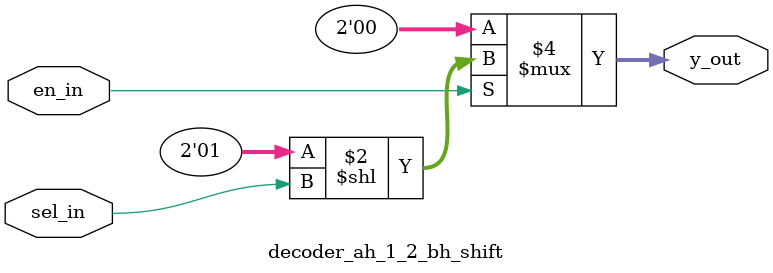
<source format=v>
module decoder_ah_1_2_bh_shift(sel_in, en_in, y_out);

input sel_in;
input en_in;
output reg [1:0] y_out;

always@* begin
if (en_in) y_out=(2'b01 << sel_in);
else       y_out = 2'b00;
end
endmodule

</source>
